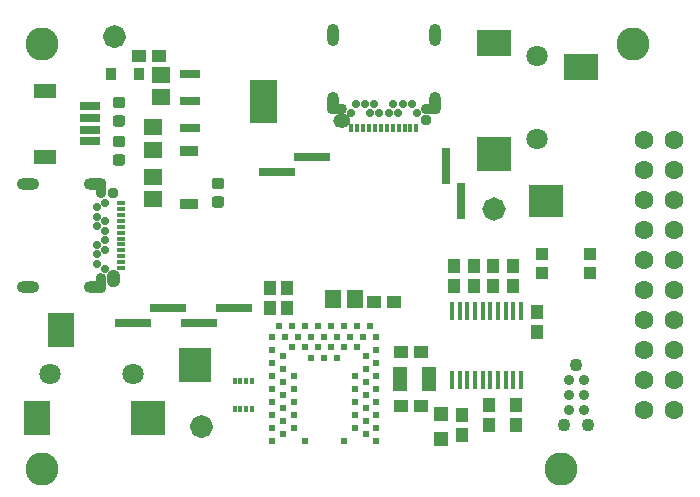
<source format=gts>
G04 #@! TF.GenerationSoftware,KiCad,Pcbnew,(5.1.6-0-10_14)*
G04 #@! TF.CreationDate,2021-09-10T12:16:29-05:00*
G04 #@! TF.ProjectId,DFC_REV_D,4446435f-5245-4565-9f44-2e6b69636164,rev?*
G04 #@! TF.SameCoordinates,Original*
G04 #@! TF.FileFunction,Soldermask,Top*
G04 #@! TF.FilePolarity,Negative*
%FSLAX46Y46*%
G04 Gerber Fmt 4.6, Leading zero omitted, Abs format (unit mm)*
G04 Created by KiCad (PCBNEW (5.1.6-0-10_14)) date 2021-09-10 12:16:29*
%MOMM*%
%LPD*%
G01*
G04 APERTURE LIST*
%ADD10C,0.500000*%
%ADD11C,0.050000*%
%ADD12C,0.100000*%
%ADD13R,3.101600X0.751600*%
%ADD14R,0.751600X3.101600*%
%ADD15O,1.901600X1.001600*%
%ADD16C,0.701600*%
%ADD17O,0.901600X1.701600*%
%ADD18R,0.801600X0.421600*%
%ADD19R,0.801600X0.351600*%
%ADD20C,0.951600*%
%ADD21O,1.001600X1.901600*%
%ADD22O,1.701600X0.901600*%
%ADD23R,0.421600X0.801600*%
%ADD24R,0.351600X0.801600*%
%ADD25R,1.651000X0.711200*%
%ADD26R,1.301600X1.301600*%
%ADD27C,1.600200*%
%ADD28R,0.901600X1.001600*%
%ADD29C,2.801600*%
%ADD30R,1.600200X0.812800*%
%ADD31C,1.801600*%
%ADD32R,2.901600X2.901600*%
%ADD33R,2.301600X2.901600*%
%ADD34R,2.701600X2.901600*%
%ADD35R,0.457200X1.574800*%
%ADD36R,1.101600X1.176600*%
%ADD37R,1.201600X2.001600*%
%ADD38R,1.001600X1.001600*%
%ADD39R,0.376600X0.601600*%
%ADD40R,1.176600X1.101600*%
%ADD41R,1.341600X1.601600*%
%ADD42R,1.601600X1.341600*%
%ADD43R,2.901600X2.701600*%
%ADD44R,2.901600X2.301600*%
%ADD45R,0.601600X0.601600*%
%ADD46R,1.901600X1.301600*%
%ADD47R,1.651600X0.701600*%
%ADD48C,1.092200*%
%ADD49C,0.889000*%
G04 APERTURE END LIST*
D10*
X132080000Y-77228000D02*
G75*
G03*
X131330000Y-77978000I0J-750000D01*
G01*
X132830000Y-77978000D02*
G75*
G03*
X132080000Y-77228000I-750000J0D01*
G01*
X132080000Y-78728000D02*
G75*
G03*
X132830000Y-77978000I0J750000D01*
G01*
X131330000Y-77978000D02*
G75*
G03*
X132080000Y-78728000I750000J0D01*
G01*
D11*
G36*
X132478400Y-98275000D02*
G01*
X132478400Y-98575000D01*
X132475524Y-98629877D01*
X132466927Y-98684154D01*
X132452705Y-98737234D01*
X132433011Y-98788537D01*
X132408063Y-98837500D01*
X132378134Y-98883587D01*
X132343551Y-98926294D01*
X132304694Y-98965151D01*
X132261987Y-98999734D01*
X132215900Y-99029663D01*
X132166937Y-99054611D01*
X132115634Y-99074305D01*
X132062554Y-99088527D01*
X132008277Y-99097124D01*
X131953400Y-99100000D01*
X131898523Y-99097124D01*
X131844246Y-99088527D01*
X131791166Y-99074305D01*
X131739863Y-99054611D01*
X131690900Y-99029663D01*
X131644813Y-98999734D01*
X131602106Y-98965151D01*
X131563249Y-98926294D01*
X131528666Y-98883587D01*
X131498737Y-98837500D01*
X131473789Y-98788537D01*
X131454095Y-98737234D01*
X131439873Y-98684154D01*
X131431276Y-98629877D01*
X131428400Y-98575000D01*
X131428400Y-98275000D01*
X131431276Y-98220123D01*
X131439873Y-98165846D01*
X131454095Y-98112766D01*
X131473789Y-98061463D01*
X131498737Y-98012500D01*
X131528666Y-97966413D01*
X131563249Y-97923706D01*
X131602106Y-97884849D01*
X131644813Y-97850266D01*
X131690900Y-97820337D01*
X131739863Y-97795389D01*
X131791166Y-97775695D01*
X131844246Y-97761473D01*
X131898523Y-97752876D01*
X131953400Y-97750000D01*
X132008277Y-97752876D01*
X132062554Y-97761473D01*
X132115634Y-97775695D01*
X132166937Y-97795389D01*
X132215900Y-97820337D01*
X132261987Y-97850266D01*
X132304694Y-97884849D01*
X132343551Y-97923706D01*
X132378134Y-97966413D01*
X132408063Y-98012500D01*
X132433011Y-98061463D01*
X132452705Y-98112766D01*
X132466927Y-98165846D01*
X132475524Y-98220123D01*
X132478400Y-98275000D01*
G37*
X132478400Y-98275000D02*
X132478400Y-98575000D01*
X132475524Y-98629877D01*
X132466927Y-98684154D01*
X132452705Y-98737234D01*
X132433011Y-98788537D01*
X132408063Y-98837500D01*
X132378134Y-98883587D01*
X132343551Y-98926294D01*
X132304694Y-98965151D01*
X132261987Y-98999734D01*
X132215900Y-99029663D01*
X132166937Y-99054611D01*
X132115634Y-99074305D01*
X132062554Y-99088527D01*
X132008277Y-99097124D01*
X131953400Y-99100000D01*
X131898523Y-99097124D01*
X131844246Y-99088527D01*
X131791166Y-99074305D01*
X131739863Y-99054611D01*
X131690900Y-99029663D01*
X131644813Y-98999734D01*
X131602106Y-98965151D01*
X131563249Y-98926294D01*
X131528666Y-98883587D01*
X131498737Y-98837500D01*
X131473789Y-98788537D01*
X131454095Y-98737234D01*
X131439873Y-98684154D01*
X131431276Y-98629877D01*
X131428400Y-98575000D01*
X131428400Y-98275000D01*
X131431276Y-98220123D01*
X131439873Y-98165846D01*
X131454095Y-98112766D01*
X131473789Y-98061463D01*
X131498737Y-98012500D01*
X131528666Y-97966413D01*
X131563249Y-97923706D01*
X131602106Y-97884849D01*
X131644813Y-97850266D01*
X131690900Y-97820337D01*
X131739863Y-97795389D01*
X131791166Y-97775695D01*
X131844246Y-97761473D01*
X131898523Y-97752876D01*
X131953400Y-97750000D01*
X132008277Y-97752876D01*
X132062554Y-97761473D01*
X132115634Y-97775695D01*
X132166937Y-97795389D01*
X132215900Y-97820337D01*
X132261987Y-97850266D01*
X132304694Y-97884849D01*
X132343551Y-97923706D01*
X132378134Y-97966413D01*
X132408063Y-98012500D01*
X132433011Y-98061463D01*
X132452705Y-98112766D01*
X132466927Y-98165846D01*
X132475524Y-98220123D01*
X132478400Y-98275000D01*
G36*
X151441500Y-85590000D02*
G01*
X151141500Y-85590000D01*
X151086623Y-85587124D01*
X151032346Y-85578527D01*
X150979266Y-85564305D01*
X150927963Y-85544611D01*
X150879000Y-85519663D01*
X150832913Y-85489734D01*
X150790206Y-85455151D01*
X150751349Y-85416294D01*
X150716766Y-85373587D01*
X150686837Y-85327500D01*
X150661889Y-85278537D01*
X150642195Y-85227234D01*
X150627973Y-85174154D01*
X150619376Y-85119877D01*
X150616500Y-85065000D01*
X150619376Y-85010123D01*
X150627973Y-84955846D01*
X150642195Y-84902766D01*
X150661889Y-84851463D01*
X150686837Y-84802500D01*
X150716766Y-84756413D01*
X150751349Y-84713706D01*
X150790206Y-84674849D01*
X150832913Y-84640266D01*
X150879000Y-84610337D01*
X150927963Y-84585389D01*
X150979266Y-84565695D01*
X151032346Y-84551473D01*
X151086623Y-84542876D01*
X151141500Y-84540000D01*
X151441500Y-84540000D01*
X151496377Y-84542876D01*
X151550654Y-84551473D01*
X151603734Y-84565695D01*
X151655037Y-84585389D01*
X151704000Y-84610337D01*
X151750087Y-84640266D01*
X151792794Y-84674849D01*
X151831651Y-84713706D01*
X151866234Y-84756413D01*
X151896163Y-84802500D01*
X151921111Y-84851463D01*
X151940805Y-84902766D01*
X151955027Y-84955846D01*
X151963624Y-85010123D01*
X151966500Y-85065000D01*
X151963624Y-85119877D01*
X151955027Y-85174154D01*
X151940805Y-85227234D01*
X151921111Y-85278537D01*
X151896163Y-85327500D01*
X151866234Y-85373587D01*
X151831651Y-85416294D01*
X151792794Y-85455151D01*
X151750087Y-85489734D01*
X151704000Y-85519663D01*
X151655037Y-85544611D01*
X151603734Y-85564305D01*
X151550654Y-85578527D01*
X151496377Y-85587124D01*
X151441500Y-85590000D01*
G37*
X151441500Y-85590000D02*
X151141500Y-85590000D01*
X151086623Y-85587124D01*
X151032346Y-85578527D01*
X150979266Y-85564305D01*
X150927963Y-85544611D01*
X150879000Y-85519663D01*
X150832913Y-85489734D01*
X150790206Y-85455151D01*
X150751349Y-85416294D01*
X150716766Y-85373587D01*
X150686837Y-85327500D01*
X150661889Y-85278537D01*
X150642195Y-85227234D01*
X150627973Y-85174154D01*
X150619376Y-85119877D01*
X150616500Y-85065000D01*
X150619376Y-85010123D01*
X150627973Y-84955846D01*
X150642195Y-84902766D01*
X150661889Y-84851463D01*
X150686837Y-84802500D01*
X150716766Y-84756413D01*
X150751349Y-84713706D01*
X150790206Y-84674849D01*
X150832913Y-84640266D01*
X150879000Y-84610337D01*
X150927963Y-84585389D01*
X150979266Y-84565695D01*
X151032346Y-84551473D01*
X151086623Y-84542876D01*
X151141500Y-84540000D01*
X151441500Y-84540000D01*
X151496377Y-84542876D01*
X151550654Y-84551473D01*
X151603734Y-84565695D01*
X151655037Y-84585389D01*
X151704000Y-84610337D01*
X151750087Y-84640266D01*
X151792794Y-84674849D01*
X151831651Y-84713706D01*
X151866234Y-84756413D01*
X151896163Y-84802500D01*
X151921111Y-84851463D01*
X151940805Y-84902766D01*
X151955027Y-84955846D01*
X151963624Y-85010123D01*
X151966500Y-85065000D01*
X151963624Y-85119877D01*
X151955027Y-85174154D01*
X151940805Y-85227234D01*
X151921111Y-85278537D01*
X151896163Y-85327500D01*
X151866234Y-85373587D01*
X151831651Y-85416294D01*
X151792794Y-85455151D01*
X151750087Y-85489734D01*
X151704000Y-85519663D01*
X151655037Y-85544611D01*
X151603734Y-85564305D01*
X151550654Y-85578527D01*
X151496377Y-85587124D01*
X151441500Y-85590000D01*
D12*
G36*
X143535400Y-85217000D02*
G01*
X143535400Y-81661000D01*
X145796000Y-81661000D01*
X145796000Y-85217000D01*
X143535400Y-85217000D01*
G37*
X143535400Y-85217000D02*
X143535400Y-81661000D01*
X145796000Y-81661000D01*
X145796000Y-85217000D01*
X143535400Y-85217000D01*
D10*
X138696000Y-110998000D02*
G75*
G03*
X139446000Y-111748000I750000J0D01*
G01*
X139446000Y-111748000D02*
G75*
G03*
X140196000Y-110998000I0J750000D01*
G01*
X140196000Y-110998000D02*
G75*
G03*
X139446000Y-110248000I-750000J0D01*
G01*
X139446000Y-110248000D02*
G75*
G03*
X138696000Y-110998000I0J-750000D01*
G01*
X163461000Y-92583000D02*
G75*
G03*
X164211000Y-93333000I750000J0D01*
G01*
X164211000Y-93333000D02*
G75*
G03*
X164961000Y-92583000I0J750000D01*
G01*
X164961000Y-92583000D02*
G75*
G03*
X164211000Y-91833000I-750000J0D01*
G01*
X164211000Y-91833000D02*
G75*
G03*
X163461000Y-92583000I0J-750000D01*
G01*
D13*
X136628000Y-100965000D03*
X133628000Y-102235000D03*
X142216000Y-100965000D03*
X139216000Y-102235000D03*
D14*
X161417000Y-91924000D03*
X160147000Y-88924000D03*
G36*
G01*
X131529200Y-77978000D02*
X131529200Y-77978000D01*
G75*
G02*
X132080000Y-77427200I550800J0D01*
G01*
X132080000Y-77427200D01*
G75*
G02*
X132630800Y-77978000I0J-550800D01*
G01*
X132630800Y-77978000D01*
G75*
G02*
X132080000Y-78528800I-550800J0D01*
G01*
X132080000Y-78528800D01*
G75*
G02*
X131529200Y-77978000I0J550800D01*
G01*
G37*
D15*
X124753400Y-99155000D03*
X124753400Y-90495000D03*
D16*
X130603400Y-97225000D03*
X130603400Y-96425000D03*
X130603400Y-95625000D03*
X130603400Y-92425000D03*
X130603400Y-93225000D03*
X130603400Y-94025000D03*
X131303400Y-97625000D03*
X131303400Y-96025000D03*
X131303400Y-95225000D03*
X131303400Y-92025000D03*
X131303400Y-93625000D03*
D17*
X130953400Y-90820000D03*
D16*
X131303400Y-94425000D03*
D18*
X132613400Y-97575000D03*
D19*
X132613400Y-97075000D03*
X132613400Y-96575000D03*
D18*
X132613400Y-96075000D03*
X132613400Y-95575000D03*
X132613400Y-95075000D03*
X132613400Y-94575000D03*
X132613400Y-94075000D03*
X132613400Y-93575000D03*
D19*
X132613400Y-93075000D03*
X132613400Y-92575000D03*
D18*
X132613400Y-92075000D03*
D20*
X131953400Y-98425000D03*
D17*
X130953400Y-98830000D03*
D15*
X130453400Y-99155000D03*
D20*
X131953400Y-91225000D03*
D15*
X130453400Y-90495000D03*
D21*
X159221500Y-83565000D03*
D20*
X158491500Y-85065000D03*
D21*
X150561500Y-83565000D03*
D22*
X150886500Y-84065000D03*
D20*
X151291500Y-85065000D03*
D23*
X157641500Y-85725000D03*
D24*
X157141500Y-85725000D03*
X156641500Y-85725000D03*
D23*
X156141500Y-85725000D03*
X155641500Y-85725000D03*
X155141500Y-85725000D03*
X154641500Y-85725000D03*
X154141500Y-85725000D03*
X153641500Y-85725000D03*
D24*
X153141500Y-85725000D03*
X152641500Y-85725000D03*
D23*
X152141500Y-85725000D03*
D16*
X155291500Y-84415000D03*
D22*
X158896500Y-84065000D03*
D16*
X156091500Y-84415000D03*
X157691500Y-84415000D03*
X154491500Y-84415000D03*
X153691500Y-84415000D03*
X152091500Y-84415000D03*
X155691500Y-83715000D03*
X156491500Y-83715000D03*
X157291500Y-83715000D03*
X154091500Y-83715000D03*
X153291500Y-83715000D03*
X152491500Y-83715000D03*
D21*
X159221500Y-77865000D03*
X150561500Y-77865000D03*
D25*
X138506200Y-81140300D03*
X138506200Y-83439000D03*
X138506200Y-85737700D03*
D26*
X159766000Y-112048000D03*
X159766000Y-109948000D03*
D27*
X179451000Y-86741000D03*
X176911000Y-86741000D03*
X179451000Y-89281000D03*
X176911000Y-89281000D03*
X179451000Y-91821000D03*
X176911000Y-91821000D03*
X179451000Y-94361000D03*
X176911000Y-94361000D03*
X179451000Y-96901000D03*
X176911000Y-96901000D03*
X179451000Y-99441000D03*
X176911000Y-99441000D03*
X179451000Y-101981000D03*
X176911000Y-101981000D03*
X179451000Y-104521000D03*
X176911000Y-104521000D03*
X179451000Y-107061000D03*
X176911000Y-107061000D03*
X179451000Y-109601000D03*
X176911000Y-109601000D03*
D28*
X134119000Y-81153000D03*
X131819000Y-81153000D03*
D29*
X169926000Y-114554000D03*
X125984000Y-114554000D03*
X125984000Y-78613000D03*
X176022000Y-78613000D03*
D30*
X138430000Y-87642700D03*
X138430000Y-92189300D03*
D31*
X133619000Y-106553000D03*
D32*
X134919000Y-110253000D03*
D33*
X125519000Y-110253000D03*
X127519000Y-102853000D03*
D31*
X126619000Y-106553000D03*
D34*
X138919000Y-105803000D03*
D35*
X166500998Y-107061000D03*
X165850999Y-107061000D03*
X165200998Y-107061000D03*
X164550999Y-107061000D03*
X163900998Y-107061000D03*
X163250999Y-107061000D03*
X162600998Y-107061000D03*
X161950999Y-107061000D03*
X161300998Y-107061000D03*
X160651000Y-107061000D03*
X160651002Y-101219000D03*
X161301001Y-101219000D03*
X161951002Y-101219000D03*
X162601001Y-101219000D03*
X163251002Y-101219000D03*
X163901001Y-101219000D03*
X164550999Y-101219000D03*
X165201001Y-101219000D03*
X165850999Y-101219000D03*
X166501000Y-101219000D03*
D36*
X163830000Y-110832000D03*
X163830000Y-109132000D03*
X160798000Y-97360000D03*
X160798000Y-99060000D03*
X165862000Y-97360000D03*
X165862000Y-99060000D03*
X166116000Y-110832000D03*
X166116000Y-109132000D03*
X162560000Y-97360000D03*
X162560000Y-99060000D03*
X164172000Y-97360000D03*
X164172000Y-99060000D03*
X167894000Y-102958000D03*
X167894000Y-101258000D03*
D37*
X158680000Y-106934000D03*
X156280000Y-106934000D03*
D38*
X168257000Y-96355000D03*
X168257000Y-97955000D03*
X172357000Y-97955000D03*
X172357000Y-96355000D03*
D39*
X143752000Y-107131000D03*
X143252000Y-107131000D03*
X142752000Y-107131000D03*
X142252000Y-107131000D03*
X143752000Y-109531000D03*
X143252000Y-109531000D03*
X142752000Y-109531000D03*
X142252000Y-109531000D03*
D40*
X134151000Y-79629000D03*
X135851000Y-79629000D03*
X158076000Y-109220000D03*
X156376000Y-109220000D03*
X158076000Y-104648000D03*
X156376000Y-104648000D03*
X154090000Y-100457000D03*
X155790000Y-100457000D03*
D41*
X150561000Y-100203000D03*
X152461000Y-100203000D03*
D42*
X135382000Y-91755000D03*
X135382000Y-89855000D03*
X135382000Y-87564000D03*
X135382000Y-85664000D03*
X136017000Y-83119000D03*
X136017000Y-81219000D03*
D36*
X161544000Y-111721000D03*
X161544000Y-110021000D03*
X145288000Y-99226000D03*
X145288000Y-100926000D03*
X146685000Y-99226000D03*
X146685000Y-100926000D03*
G36*
G01*
X138895200Y-110998000D02*
X138895200Y-110998000D01*
G75*
G02*
X139446000Y-110447200I550800J0D01*
G01*
X139446000Y-110447200D01*
G75*
G02*
X139996800Y-110998000I0J-550800D01*
G01*
X139996800Y-110998000D01*
G75*
G02*
X139446000Y-111548800I-550800J0D01*
G01*
X139446000Y-111548800D01*
G75*
G02*
X138895200Y-110998000I0J550800D01*
G01*
G37*
G36*
G01*
X163660200Y-92583000D02*
X163660200Y-92583000D01*
G75*
G02*
X164211000Y-92032200I550800J0D01*
G01*
X164211000Y-92032200D01*
G75*
G02*
X164761800Y-92583000I0J-550800D01*
G01*
X164761800Y-92583000D01*
G75*
G02*
X164211000Y-93133800I-550800J0D01*
G01*
X164211000Y-93133800D01*
G75*
G02*
X163660200Y-92583000I0J550800D01*
G01*
G37*
D43*
X168644000Y-91929000D03*
D31*
X167894000Y-79629000D03*
D44*
X171594000Y-80529000D03*
X164194000Y-78529000D03*
D32*
X164194000Y-87929000D03*
D31*
X167894000Y-86629000D03*
D45*
X154260000Y-112197000D03*
X153360000Y-111647000D03*
X154260000Y-111097000D03*
X153360000Y-110547000D03*
X154260000Y-109997000D03*
X153360000Y-109447000D03*
X154260000Y-108897000D03*
X153360000Y-108347000D03*
X154260000Y-107797000D03*
X153360000Y-107247000D03*
X154260000Y-106697000D03*
X153360000Y-106147000D03*
X154260000Y-105597000D03*
X153360000Y-105047000D03*
X154260000Y-104497000D03*
X154260000Y-103397000D03*
X153160000Y-103397000D03*
X152610000Y-104297000D03*
X152060000Y-103397000D03*
X151510000Y-104297000D03*
X150960000Y-103397000D03*
X150410000Y-104297000D03*
X149860000Y-103397000D03*
X149310000Y-104297000D03*
X148760000Y-103397000D03*
X148210000Y-104297000D03*
X147660000Y-103397000D03*
X147110000Y-104297000D03*
X146560000Y-103397000D03*
X145460000Y-103397000D03*
X145460000Y-104497000D03*
X146360000Y-105047000D03*
X145460000Y-105597000D03*
X146360000Y-106147000D03*
X145460000Y-106697000D03*
X146360000Y-107247000D03*
X145460000Y-107797000D03*
X146360000Y-108347000D03*
X145460000Y-108897000D03*
X146360000Y-109447000D03*
X145460000Y-109997000D03*
X146360000Y-110547000D03*
X145460000Y-111097000D03*
X146360000Y-111647000D03*
X145460000Y-112197000D03*
X148210000Y-112197000D03*
X151510000Y-112197000D03*
X152460000Y-111097000D03*
X152460000Y-109997000D03*
X152460000Y-108897000D03*
X152460000Y-107797000D03*
X152460000Y-106697000D03*
X150960000Y-105197000D03*
X149860000Y-105197000D03*
X148760000Y-105197000D03*
X147260000Y-106697000D03*
X147260000Y-107797000D03*
X147260000Y-108897000D03*
X147260000Y-109997000D03*
X147260000Y-111097000D03*
X153710000Y-102497000D03*
X152610000Y-102497000D03*
X151510000Y-102497000D03*
X150410000Y-102497000D03*
X149310000Y-102497000D03*
X148210000Y-102497000D03*
X147110000Y-102497000D03*
X146010000Y-102497000D03*
D46*
X126173000Y-88144000D03*
X126173000Y-82544000D03*
D47*
X130048000Y-83844000D03*
X130048000Y-84844000D03*
X130048000Y-85844000D03*
X130048000Y-86844000D03*
G36*
G01*
X132742650Y-84028800D02*
X132179350Y-84028800D01*
G75*
G02*
X131935200Y-83784650I0J244150D01*
G01*
X131935200Y-83296350D01*
G75*
G02*
X132179350Y-83052200I244150J0D01*
G01*
X132742650Y-83052200D01*
G75*
G02*
X132986800Y-83296350I0J-244150D01*
G01*
X132986800Y-83784650D01*
G75*
G02*
X132742650Y-84028800I-244150J0D01*
G01*
G37*
G36*
G01*
X132742650Y-85603800D02*
X132179350Y-85603800D01*
G75*
G02*
X131935200Y-85359650I0J244150D01*
G01*
X131935200Y-84871350D01*
G75*
G02*
X132179350Y-84627200I244150J0D01*
G01*
X132742650Y-84627200D01*
G75*
G02*
X132986800Y-84871350I0J-244150D01*
G01*
X132986800Y-85359650D01*
G75*
G02*
X132742650Y-85603800I-244150J0D01*
G01*
G37*
G36*
G01*
X132179350Y-86354200D02*
X132742650Y-86354200D01*
G75*
G02*
X132986800Y-86598350I0J-244150D01*
G01*
X132986800Y-87086650D01*
G75*
G02*
X132742650Y-87330800I-244150J0D01*
G01*
X132179350Y-87330800D01*
G75*
G02*
X131935200Y-87086650I0J244150D01*
G01*
X131935200Y-86598350D01*
G75*
G02*
X132179350Y-86354200I244150J0D01*
G01*
G37*
G36*
G01*
X132179350Y-87929200D02*
X132742650Y-87929200D01*
G75*
G02*
X132986800Y-88173350I0J-244150D01*
G01*
X132986800Y-88661650D01*
G75*
G02*
X132742650Y-88905800I-244150J0D01*
G01*
X132179350Y-88905800D01*
G75*
G02*
X131935200Y-88661650I0J244150D01*
G01*
X131935200Y-88173350D01*
G75*
G02*
X132179350Y-87929200I244150J0D01*
G01*
G37*
G36*
G01*
X141124650Y-92461800D02*
X140561350Y-92461800D01*
G75*
G02*
X140317200Y-92217650I0J244150D01*
G01*
X140317200Y-91729350D01*
G75*
G02*
X140561350Y-91485200I244150J0D01*
G01*
X141124650Y-91485200D01*
G75*
G02*
X141368800Y-91729350I0J-244150D01*
G01*
X141368800Y-92217650D01*
G75*
G02*
X141124650Y-92461800I-244150J0D01*
G01*
G37*
G36*
G01*
X141124650Y-90886800D02*
X140561350Y-90886800D01*
G75*
G02*
X140317200Y-90642650I0J244150D01*
G01*
X140317200Y-90154350D01*
G75*
G02*
X140561350Y-89910200I244150J0D01*
G01*
X141124650Y-89910200D01*
G75*
G02*
X141368800Y-90154350I0J-244150D01*
G01*
X141368800Y-90642650D01*
G75*
G02*
X141124650Y-90886800I-244150J0D01*
G01*
G37*
D48*
X172212000Y-110871000D03*
X170180000Y-110871000D03*
X171196000Y-105791000D03*
D49*
X170561000Y-107061000D03*
X171831000Y-107061000D03*
X170561000Y-108331000D03*
X171831000Y-108331000D03*
X170561000Y-109601000D03*
X171831000Y-109601000D03*
D13*
X145820000Y-89408000D03*
X148820000Y-88138000D03*
M02*

</source>
